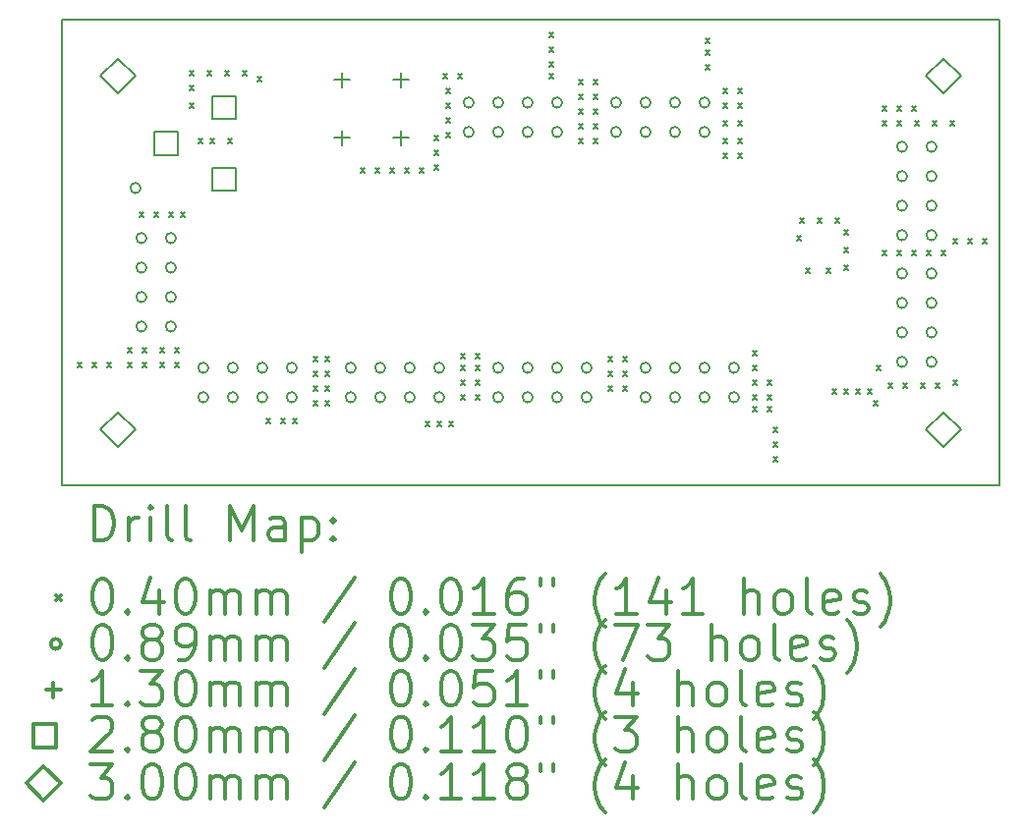
<source format=gbr>
%FSLAX45Y45*%
G04 Gerber Fmt 4.5, Leading zero omitted, Abs format (unit mm)*
G04 Created by KiCad (PCBNEW no-vcs-found-7571~57~ubuntu16.04.1) date Thu Feb  2 21:17:22 2017*
%MOMM*%
%LPD*%
G01*
G04 APERTURE LIST*
%ADD10C,0.127000*%
%ADD11C,0.150000*%
%ADD12C,0.200000*%
%ADD13C,0.300000*%
G04 APERTURE END LIST*
D10*
D11*
X8102600Y25400D02*
X8102600Y4038600D01*
X25400Y25400D02*
X25400Y4038600D01*
X25400Y4038600D02*
X8102600Y4038600D01*
X25400Y25400D02*
X8102600Y25400D01*
D12*
X157800Y1086800D02*
X197800Y1046800D01*
X197800Y1086800D02*
X157800Y1046800D01*
X284800Y1086800D02*
X324800Y1046800D01*
X324800Y1086800D02*
X284800Y1046800D01*
X411800Y1086800D02*
X451800Y1046800D01*
X451800Y1086800D02*
X411800Y1046800D01*
X589600Y1213800D02*
X629600Y1173800D01*
X629600Y1213800D02*
X589600Y1173800D01*
X589600Y1086800D02*
X629600Y1046800D01*
X629600Y1086800D02*
X589600Y1046800D01*
X691200Y2382200D02*
X731200Y2342200D01*
X731200Y2382200D02*
X691200Y2342200D01*
X716600Y1213800D02*
X756600Y1173800D01*
X756600Y1213800D02*
X716600Y1173800D01*
X716600Y1086800D02*
X756600Y1046800D01*
X756600Y1086800D02*
X716600Y1046800D01*
X818200Y2382200D02*
X858200Y2342200D01*
X858200Y2382200D02*
X818200Y2342200D01*
X869000Y1213800D02*
X909000Y1173800D01*
X909000Y1213800D02*
X869000Y1173800D01*
X869000Y1086800D02*
X909000Y1046800D01*
X909000Y1086800D02*
X869000Y1046800D01*
X945200Y2382200D02*
X985200Y2342200D01*
X985200Y2382200D02*
X945200Y2342200D01*
X996000Y1213800D02*
X1036000Y1173800D01*
X1036000Y1213800D02*
X996000Y1173800D01*
X996000Y1086800D02*
X1036000Y1046800D01*
X1036000Y1086800D02*
X996000Y1046800D01*
X1046800Y2382200D02*
X1086800Y2342200D01*
X1086800Y2382200D02*
X1046800Y2342200D01*
X1123000Y3601400D02*
X1163000Y3561400D01*
X1163000Y3601400D02*
X1123000Y3561400D01*
X1123000Y3474400D02*
X1163000Y3434400D01*
X1163000Y3474400D02*
X1123000Y3434400D01*
X1123000Y3322000D02*
X1163000Y3282000D01*
X1163000Y3322000D02*
X1123000Y3282000D01*
X1199200Y3017200D02*
X1239200Y2977200D01*
X1239200Y3017200D02*
X1199200Y2977200D01*
X1275400Y3601400D02*
X1315400Y3561400D01*
X1315400Y3601400D02*
X1275400Y3561400D01*
X1300800Y3017200D02*
X1340800Y2977200D01*
X1340800Y3017200D02*
X1300800Y2977200D01*
X1427800Y3601400D02*
X1467800Y3561400D01*
X1467800Y3601400D02*
X1427800Y3561400D01*
X1453200Y3017200D02*
X1493200Y2977200D01*
X1493200Y3017200D02*
X1453200Y2977200D01*
X1580200Y3601400D02*
X1620200Y3561400D01*
X1620200Y3601400D02*
X1580200Y3561400D01*
X1707200Y3550600D02*
X1747200Y3510600D01*
X1747200Y3550600D02*
X1707200Y3510600D01*
X1783400Y604200D02*
X1823400Y564200D01*
X1823400Y604200D02*
X1783400Y564200D01*
X1910400Y604200D02*
X1950400Y564200D01*
X1950400Y604200D02*
X1910400Y564200D01*
X2012000Y604200D02*
X2052000Y564200D01*
X2052000Y604200D02*
X2012000Y564200D01*
X2189800Y1137600D02*
X2229800Y1097600D01*
X2229800Y1137600D02*
X2189800Y1097600D01*
X2189800Y1010600D02*
X2229800Y970600D01*
X2229800Y1010600D02*
X2189800Y970600D01*
X2189800Y883600D02*
X2229800Y843600D01*
X2229800Y883600D02*
X2189800Y843600D01*
X2189800Y756600D02*
X2229800Y716600D01*
X2229800Y756600D02*
X2189800Y716600D01*
X2291400Y1137600D02*
X2331400Y1097600D01*
X2331400Y1137600D02*
X2291400Y1097600D01*
X2291400Y1010600D02*
X2331400Y970600D01*
X2331400Y1010600D02*
X2291400Y970600D01*
X2291400Y883600D02*
X2331400Y843600D01*
X2331400Y883600D02*
X2291400Y843600D01*
X2291400Y756600D02*
X2331400Y716600D01*
X2331400Y756600D02*
X2291400Y716600D01*
X2596200Y2763200D02*
X2636200Y2723200D01*
X2636200Y2763200D02*
X2596200Y2723200D01*
X2723200Y2763200D02*
X2763200Y2723200D01*
X2763200Y2763200D02*
X2723200Y2723200D01*
X2850200Y2763200D02*
X2890200Y2723200D01*
X2890200Y2763200D02*
X2850200Y2723200D01*
X2977200Y2763200D02*
X3017200Y2723200D01*
X3017200Y2763200D02*
X2977200Y2723200D01*
X3104200Y2763200D02*
X3144200Y2723200D01*
X3144200Y2763200D02*
X3104200Y2723200D01*
X3155000Y578800D02*
X3195000Y538800D01*
X3195000Y578800D02*
X3155000Y538800D01*
X3231200Y3042600D02*
X3271200Y3002600D01*
X3271200Y3042600D02*
X3231200Y3002600D01*
X3231200Y2915600D02*
X3271200Y2875600D01*
X3271200Y2915600D02*
X3231200Y2875600D01*
X3231200Y2788600D02*
X3271200Y2748600D01*
X3271200Y2788600D02*
X3231200Y2748600D01*
X3256600Y578800D02*
X3296600Y538800D01*
X3296600Y578800D02*
X3256600Y538800D01*
X3307400Y3576000D02*
X3347400Y3536000D01*
X3347400Y3576000D02*
X3307400Y3536000D01*
X3332800Y3449000D02*
X3372800Y3409000D01*
X3372800Y3449000D02*
X3332800Y3409000D01*
X3332800Y3322000D02*
X3372800Y3282000D01*
X3372800Y3322000D02*
X3332800Y3282000D01*
X3332800Y3195000D02*
X3372800Y3155000D01*
X3372800Y3195000D02*
X3332800Y3155000D01*
X3332800Y3068000D02*
X3372800Y3028000D01*
X3372800Y3068000D02*
X3332800Y3028000D01*
X3358200Y578800D02*
X3398200Y538800D01*
X3398200Y578800D02*
X3358200Y538800D01*
X3434400Y3576000D02*
X3474400Y3536000D01*
X3474400Y3576000D02*
X3434400Y3536000D01*
X3459800Y1163000D02*
X3499800Y1123000D01*
X3499800Y1163000D02*
X3459800Y1123000D01*
X3459800Y1061400D02*
X3499800Y1021400D01*
X3499800Y1061400D02*
X3459800Y1021400D01*
X3459800Y934400D02*
X3499800Y894400D01*
X3499800Y934400D02*
X3459800Y894400D01*
X3459800Y807400D02*
X3499800Y767400D01*
X3499800Y807400D02*
X3459800Y767400D01*
X3586800Y1163000D02*
X3626800Y1123000D01*
X3626800Y1163000D02*
X3586800Y1123000D01*
X3586800Y1061400D02*
X3626800Y1021400D01*
X3626800Y1061400D02*
X3586800Y1021400D01*
X3586800Y934400D02*
X3626800Y894400D01*
X3626800Y934400D02*
X3586800Y894400D01*
X3586800Y807400D02*
X3626800Y767400D01*
X3626800Y807400D02*
X3586800Y767400D01*
X4221800Y3931600D02*
X4261800Y3891600D01*
X4261800Y3931600D02*
X4221800Y3891600D01*
X4221800Y3804600D02*
X4261800Y3764600D01*
X4261800Y3804600D02*
X4221800Y3764600D01*
X4221800Y3677600D02*
X4261800Y3637600D01*
X4261800Y3677600D02*
X4221800Y3637600D01*
X4221800Y3576000D02*
X4261800Y3536000D01*
X4261800Y3576000D02*
X4221800Y3536000D01*
X4475800Y3525200D02*
X4515800Y3485200D01*
X4515800Y3525200D02*
X4475800Y3485200D01*
X4475800Y3398200D02*
X4515800Y3358200D01*
X4515800Y3398200D02*
X4475800Y3358200D01*
X4475800Y3271200D02*
X4515800Y3231200D01*
X4515800Y3271200D02*
X4475800Y3231200D01*
X4475800Y3144200D02*
X4515800Y3104200D01*
X4515800Y3144200D02*
X4475800Y3104200D01*
X4475800Y3017200D02*
X4515800Y2977200D01*
X4515800Y3017200D02*
X4475800Y2977200D01*
X4602800Y3525200D02*
X4642800Y3485200D01*
X4642800Y3525200D02*
X4602800Y3485200D01*
X4602800Y3398200D02*
X4642800Y3358200D01*
X4642800Y3398200D02*
X4602800Y3358200D01*
X4602800Y3271200D02*
X4642800Y3231200D01*
X4642800Y3271200D02*
X4602800Y3231200D01*
X4602800Y3144200D02*
X4642800Y3104200D01*
X4642800Y3144200D02*
X4602800Y3104200D01*
X4602800Y3017200D02*
X4642800Y2977200D01*
X4642800Y3017200D02*
X4602800Y2977200D01*
X4729800Y1137600D02*
X4769800Y1097600D01*
X4769800Y1137600D02*
X4729800Y1097600D01*
X4729800Y1010600D02*
X4769800Y970600D01*
X4769800Y1010600D02*
X4729800Y970600D01*
X4729800Y883600D02*
X4769800Y843600D01*
X4769800Y883600D02*
X4729800Y843600D01*
X4856800Y1137600D02*
X4896800Y1097600D01*
X4896800Y1137600D02*
X4856800Y1097600D01*
X4856800Y1010600D02*
X4896800Y970600D01*
X4896800Y1010600D02*
X4856800Y970600D01*
X4856800Y883600D02*
X4896800Y843600D01*
X4896800Y883600D02*
X4856800Y843600D01*
X5568000Y3880800D02*
X5608000Y3840800D01*
X5608000Y3880800D02*
X5568000Y3840800D01*
X5568000Y3779200D02*
X5608000Y3739200D01*
X5608000Y3779200D02*
X5568000Y3739200D01*
X5568000Y3652200D02*
X5608000Y3612200D01*
X5608000Y3652200D02*
X5568000Y3612200D01*
X5720400Y3449000D02*
X5760400Y3409000D01*
X5760400Y3449000D02*
X5720400Y3409000D01*
X5720400Y3322000D02*
X5760400Y3282000D01*
X5760400Y3322000D02*
X5720400Y3282000D01*
X5720400Y3169600D02*
X5760400Y3129600D01*
X5760400Y3169600D02*
X5720400Y3129600D01*
X5720400Y3017200D02*
X5760400Y2977200D01*
X5760400Y3017200D02*
X5720400Y2977200D01*
X5720400Y2890200D02*
X5760400Y2850200D01*
X5760400Y2890200D02*
X5720400Y2850200D01*
X5847400Y3449000D02*
X5887400Y3409000D01*
X5887400Y3449000D02*
X5847400Y3409000D01*
X5847400Y3322000D02*
X5887400Y3282000D01*
X5887400Y3322000D02*
X5847400Y3282000D01*
X5847400Y3169600D02*
X5887400Y3129600D01*
X5887400Y3169600D02*
X5847400Y3129600D01*
X5847400Y3017200D02*
X5887400Y2977200D01*
X5887400Y3017200D02*
X5847400Y2977200D01*
X5847400Y2890200D02*
X5887400Y2850200D01*
X5887400Y2890200D02*
X5847400Y2850200D01*
X5974400Y1188400D02*
X6014400Y1148400D01*
X6014400Y1188400D02*
X5974400Y1148400D01*
X5974400Y1061400D02*
X6014400Y1021400D01*
X6014400Y1061400D02*
X5974400Y1021400D01*
X5974400Y934400D02*
X6014400Y894400D01*
X6014400Y934400D02*
X5974400Y894400D01*
X5974400Y807400D02*
X6014400Y767400D01*
X6014400Y807400D02*
X5974400Y767400D01*
X5974400Y705800D02*
X6014400Y665800D01*
X6014400Y705800D02*
X5974400Y665800D01*
X6101400Y934400D02*
X6141400Y894400D01*
X6141400Y934400D02*
X6101400Y894400D01*
X6101400Y807400D02*
X6141400Y767400D01*
X6141400Y807400D02*
X6101400Y767400D01*
X6101400Y705800D02*
X6141400Y665800D01*
X6141400Y705800D02*
X6101400Y665800D01*
X6152200Y528000D02*
X6192200Y488000D01*
X6192200Y528000D02*
X6152200Y488000D01*
X6152200Y401000D02*
X6192200Y361000D01*
X6192200Y401000D02*
X6152200Y361000D01*
X6152200Y274000D02*
X6192200Y234000D01*
X6192200Y274000D02*
X6152200Y234000D01*
X6355400Y2179000D02*
X6395400Y2139000D01*
X6395400Y2179000D02*
X6355400Y2139000D01*
X6380800Y2331400D02*
X6420800Y2291400D01*
X6420800Y2331400D02*
X6380800Y2291400D01*
X6431600Y1899600D02*
X6471600Y1859600D01*
X6471600Y1899600D02*
X6431600Y1859600D01*
X6533200Y2331400D02*
X6573200Y2291400D01*
X6573200Y2331400D02*
X6533200Y2291400D01*
X6609400Y1899600D02*
X6649400Y1859600D01*
X6649400Y1899600D02*
X6609400Y1859600D01*
X6660200Y858200D02*
X6700200Y818200D01*
X6700200Y858200D02*
X6660200Y818200D01*
X6685600Y2331400D02*
X6725600Y2291400D01*
X6725600Y2331400D02*
X6685600Y2291400D01*
X6761800Y2229800D02*
X6801800Y2189800D01*
X6801800Y2229800D02*
X6761800Y2189800D01*
X6761800Y2077400D02*
X6801800Y2037400D01*
X6801800Y2077400D02*
X6761800Y2037400D01*
X6761800Y1925000D02*
X6801800Y1885000D01*
X6801800Y1925000D02*
X6761800Y1885000D01*
X6761800Y858200D02*
X6801800Y818200D01*
X6801800Y858200D02*
X6761800Y818200D01*
X6863400Y858200D02*
X6903400Y818200D01*
X6903400Y858200D02*
X6863400Y818200D01*
X6965000Y858200D02*
X7005000Y818200D01*
X7005000Y858200D02*
X6965000Y818200D01*
X7015800Y756600D02*
X7055800Y716600D01*
X7055800Y756600D02*
X7015800Y716600D01*
X7041200Y1061400D02*
X7081200Y1021400D01*
X7081200Y1061400D02*
X7041200Y1021400D01*
X7092000Y3296600D02*
X7132000Y3256600D01*
X7132000Y3296600D02*
X7092000Y3256600D01*
X7092000Y3169600D02*
X7132000Y3129600D01*
X7132000Y3169600D02*
X7092000Y3129600D01*
X7092000Y2052000D02*
X7132000Y2012000D01*
X7132000Y2052000D02*
X7092000Y2012000D01*
X7142800Y909000D02*
X7182800Y869000D01*
X7182800Y909000D02*
X7142800Y869000D01*
X7219000Y3296600D02*
X7259000Y3256600D01*
X7259000Y3296600D02*
X7219000Y3256600D01*
X7219000Y3169600D02*
X7259000Y3129600D01*
X7259000Y3169600D02*
X7219000Y3129600D01*
X7219000Y2052000D02*
X7259000Y2012000D01*
X7259000Y2052000D02*
X7219000Y2012000D01*
X7269800Y909000D02*
X7309800Y869000D01*
X7309800Y909000D02*
X7269800Y869000D01*
X7346000Y3296600D02*
X7386000Y3256600D01*
X7386000Y3296600D02*
X7346000Y3256600D01*
X7346000Y2052000D02*
X7386000Y2012000D01*
X7386000Y2052000D02*
X7346000Y2012000D01*
X7371400Y3169600D02*
X7411400Y3129600D01*
X7411400Y3169600D02*
X7371400Y3129600D01*
X7422200Y909000D02*
X7462200Y869000D01*
X7462200Y909000D02*
X7422200Y869000D01*
X7473000Y2052000D02*
X7513000Y2012000D01*
X7513000Y2052000D02*
X7473000Y2012000D01*
X7523800Y3169600D02*
X7563800Y3129600D01*
X7563800Y3169600D02*
X7523800Y3129600D01*
X7549200Y909000D02*
X7589200Y869000D01*
X7589200Y909000D02*
X7549200Y869000D01*
X7600000Y2052000D02*
X7640000Y2012000D01*
X7640000Y2052000D02*
X7600000Y2012000D01*
X7676200Y3169600D02*
X7716200Y3129600D01*
X7716200Y3169600D02*
X7676200Y3129600D01*
X7701600Y2153600D02*
X7741600Y2113600D01*
X7741600Y2153600D02*
X7701600Y2113600D01*
X7701600Y934400D02*
X7741600Y894400D01*
X7741600Y934400D02*
X7701600Y894400D01*
X7828600Y2153600D02*
X7868600Y2113600D01*
X7868600Y2153600D02*
X7828600Y2113600D01*
X7955600Y2153600D02*
X7995600Y2113600D01*
X7995600Y2153600D02*
X7955600Y2113600D01*
X704850Y2590800D02*
G75*
G03X704850Y2590800I-44450J0D01*
G01*
X755650Y2159000D02*
G75*
G03X755650Y2159000I-44450J0D01*
G01*
X755650Y1905000D02*
G75*
G03X755650Y1905000I-44450J0D01*
G01*
X755650Y1651000D02*
G75*
G03X755650Y1651000I-44450J0D01*
G01*
X755650Y1397000D02*
G75*
G03X755650Y1397000I-44450J0D01*
G01*
X1009650Y2159000D02*
G75*
G03X1009650Y2159000I-44450J0D01*
G01*
X1009650Y1905000D02*
G75*
G03X1009650Y1905000I-44450J0D01*
G01*
X1009650Y1651000D02*
G75*
G03X1009650Y1651000I-44450J0D01*
G01*
X1009650Y1397000D02*
G75*
G03X1009650Y1397000I-44450J0D01*
G01*
X1289050Y1041400D02*
G75*
G03X1289050Y1041400I-44450J0D01*
G01*
X1289050Y787400D02*
G75*
G03X1289050Y787400I-44450J0D01*
G01*
X1543050Y1041400D02*
G75*
G03X1543050Y1041400I-44450J0D01*
G01*
X1543050Y787400D02*
G75*
G03X1543050Y787400I-44450J0D01*
G01*
X1797050Y1041400D02*
G75*
G03X1797050Y1041400I-44450J0D01*
G01*
X1797050Y787400D02*
G75*
G03X1797050Y787400I-44450J0D01*
G01*
X2051050Y1041400D02*
G75*
G03X2051050Y1041400I-44450J0D01*
G01*
X2051050Y787400D02*
G75*
G03X2051050Y787400I-44450J0D01*
G01*
X2559050Y1041400D02*
G75*
G03X2559050Y1041400I-44450J0D01*
G01*
X2559050Y787400D02*
G75*
G03X2559050Y787400I-44450J0D01*
G01*
X2813050Y1041400D02*
G75*
G03X2813050Y1041400I-44450J0D01*
G01*
X2813050Y787400D02*
G75*
G03X2813050Y787400I-44450J0D01*
G01*
X3067050Y1041400D02*
G75*
G03X3067050Y1041400I-44450J0D01*
G01*
X3067050Y787400D02*
G75*
G03X3067050Y787400I-44450J0D01*
G01*
X3321050Y1041400D02*
G75*
G03X3321050Y1041400I-44450J0D01*
G01*
X3321050Y787400D02*
G75*
G03X3321050Y787400I-44450J0D01*
G01*
X3575050Y3327400D02*
G75*
G03X3575050Y3327400I-44450J0D01*
G01*
X3575050Y3073400D02*
G75*
G03X3575050Y3073400I-44450J0D01*
G01*
X3829050Y3327400D02*
G75*
G03X3829050Y3327400I-44450J0D01*
G01*
X3829050Y3073400D02*
G75*
G03X3829050Y3073400I-44450J0D01*
G01*
X3829050Y1041400D02*
G75*
G03X3829050Y1041400I-44450J0D01*
G01*
X3829050Y787400D02*
G75*
G03X3829050Y787400I-44450J0D01*
G01*
X4083050Y3327400D02*
G75*
G03X4083050Y3327400I-44450J0D01*
G01*
X4083050Y3073400D02*
G75*
G03X4083050Y3073400I-44450J0D01*
G01*
X4083050Y1041400D02*
G75*
G03X4083050Y1041400I-44450J0D01*
G01*
X4083050Y787400D02*
G75*
G03X4083050Y787400I-44450J0D01*
G01*
X4337050Y3327400D02*
G75*
G03X4337050Y3327400I-44450J0D01*
G01*
X4337050Y3073400D02*
G75*
G03X4337050Y3073400I-44450J0D01*
G01*
X4337050Y1041400D02*
G75*
G03X4337050Y1041400I-44450J0D01*
G01*
X4337050Y787400D02*
G75*
G03X4337050Y787400I-44450J0D01*
G01*
X4591050Y1041400D02*
G75*
G03X4591050Y1041400I-44450J0D01*
G01*
X4591050Y787400D02*
G75*
G03X4591050Y787400I-44450J0D01*
G01*
X4845050Y3327400D02*
G75*
G03X4845050Y3327400I-44450J0D01*
G01*
X4845050Y3073400D02*
G75*
G03X4845050Y3073400I-44450J0D01*
G01*
X5099050Y3327400D02*
G75*
G03X5099050Y3327400I-44450J0D01*
G01*
X5099050Y3073400D02*
G75*
G03X5099050Y3073400I-44450J0D01*
G01*
X5099050Y1041400D02*
G75*
G03X5099050Y1041400I-44450J0D01*
G01*
X5099050Y787400D02*
G75*
G03X5099050Y787400I-44450J0D01*
G01*
X5353050Y3327400D02*
G75*
G03X5353050Y3327400I-44450J0D01*
G01*
X5353050Y3073400D02*
G75*
G03X5353050Y3073400I-44450J0D01*
G01*
X5353050Y1041400D02*
G75*
G03X5353050Y1041400I-44450J0D01*
G01*
X5353050Y787400D02*
G75*
G03X5353050Y787400I-44450J0D01*
G01*
X5607050Y3327400D02*
G75*
G03X5607050Y3327400I-44450J0D01*
G01*
X5607050Y3073400D02*
G75*
G03X5607050Y3073400I-44450J0D01*
G01*
X5607050Y1041400D02*
G75*
G03X5607050Y1041400I-44450J0D01*
G01*
X5607050Y787400D02*
G75*
G03X5607050Y787400I-44450J0D01*
G01*
X5861050Y1041400D02*
G75*
G03X5861050Y1041400I-44450J0D01*
G01*
X5861050Y787400D02*
G75*
G03X5861050Y787400I-44450J0D01*
G01*
X7308850Y2946400D02*
G75*
G03X7308850Y2946400I-44450J0D01*
G01*
X7308850Y2692400D02*
G75*
G03X7308850Y2692400I-44450J0D01*
G01*
X7308850Y2438400D02*
G75*
G03X7308850Y2438400I-44450J0D01*
G01*
X7308850Y2184400D02*
G75*
G03X7308850Y2184400I-44450J0D01*
G01*
X7308850Y1854200D02*
G75*
G03X7308850Y1854200I-44450J0D01*
G01*
X7308850Y1600200D02*
G75*
G03X7308850Y1600200I-44450J0D01*
G01*
X7308850Y1346200D02*
G75*
G03X7308850Y1346200I-44450J0D01*
G01*
X7308850Y1092200D02*
G75*
G03X7308850Y1092200I-44450J0D01*
G01*
X7562850Y2946400D02*
G75*
G03X7562850Y2946400I-44450J0D01*
G01*
X7562850Y2692400D02*
G75*
G03X7562850Y2692400I-44450J0D01*
G01*
X7562850Y2438400D02*
G75*
G03X7562850Y2438400I-44450J0D01*
G01*
X7562850Y2184400D02*
G75*
G03X7562850Y2184400I-44450J0D01*
G01*
X7562850Y1854200D02*
G75*
G03X7562850Y1854200I-44450J0D01*
G01*
X7562850Y1600200D02*
G75*
G03X7562850Y1600200I-44450J0D01*
G01*
X7562850Y1346200D02*
G75*
G03X7562850Y1346200I-44450J0D01*
G01*
X7562850Y1092200D02*
G75*
G03X7562850Y1092200I-44450J0D01*
G01*
X2438400Y3587600D02*
X2438400Y3457600D01*
X2373400Y3522600D02*
X2503400Y3522600D01*
X2438400Y3087600D02*
X2438400Y2957600D01*
X2373400Y3022600D02*
X2503400Y3022600D01*
X2946400Y3587600D02*
X2946400Y3457600D01*
X2881400Y3522600D02*
X3011400Y3522600D01*
X2946400Y3087600D02*
X2946400Y2957600D01*
X2881400Y3022600D02*
X3011400Y3022600D01*
X1021396Y2878004D02*
X1021396Y3075996D01*
X823404Y3075996D01*
X823404Y2878004D01*
X1021396Y2878004D01*
X1521396Y3188004D02*
X1521396Y3385996D01*
X1323404Y3385996D01*
X1323404Y3188004D01*
X1521396Y3188004D01*
X1521396Y2568004D02*
X1521396Y2765996D01*
X1323404Y2765996D01*
X1323404Y2568004D01*
X1521396Y2568004D01*
X508000Y3406000D02*
X658000Y3556000D01*
X508000Y3706000D01*
X358000Y3556000D01*
X508000Y3406000D01*
X508000Y358000D02*
X658000Y508000D01*
X508000Y658000D01*
X358000Y508000D01*
X508000Y358000D01*
X7620000Y3406000D02*
X7770000Y3556000D01*
X7620000Y3706000D01*
X7470000Y3556000D01*
X7620000Y3406000D01*
X7620000Y358000D02*
X7770000Y508000D01*
X7620000Y658000D01*
X7470000Y508000D01*
X7620000Y358000D01*
D13*
X304328Y-447814D02*
X304328Y-147814D01*
X375757Y-147814D01*
X418614Y-162100D01*
X447186Y-190671D01*
X461471Y-219243D01*
X475757Y-276386D01*
X475757Y-319243D01*
X461471Y-376386D01*
X447186Y-404957D01*
X418614Y-433529D01*
X375757Y-447814D01*
X304328Y-447814D01*
X604328Y-447814D02*
X604328Y-247814D01*
X604328Y-304957D02*
X618614Y-276386D01*
X632900Y-262100D01*
X661471Y-247814D01*
X690043Y-247814D01*
X790043Y-447814D02*
X790043Y-247814D01*
X790043Y-147814D02*
X775757Y-162100D01*
X790043Y-176386D01*
X804328Y-162100D01*
X790043Y-147814D01*
X790043Y-176386D01*
X975757Y-447814D02*
X947186Y-433529D01*
X932900Y-404957D01*
X932900Y-147814D01*
X1132900Y-447814D02*
X1104328Y-433529D01*
X1090043Y-404957D01*
X1090043Y-147814D01*
X1475757Y-447814D02*
X1475757Y-147814D01*
X1575757Y-362100D01*
X1675757Y-147814D01*
X1675757Y-447814D01*
X1947186Y-447814D02*
X1947186Y-290672D01*
X1932900Y-262100D01*
X1904328Y-247814D01*
X1847186Y-247814D01*
X1818614Y-262100D01*
X1947186Y-433529D02*
X1918614Y-447814D01*
X1847186Y-447814D01*
X1818614Y-433529D01*
X1804328Y-404957D01*
X1804328Y-376386D01*
X1818614Y-347814D01*
X1847186Y-333529D01*
X1918614Y-333529D01*
X1947186Y-319243D01*
X2090043Y-247814D02*
X2090043Y-547814D01*
X2090043Y-262100D02*
X2118614Y-247814D01*
X2175757Y-247814D01*
X2204328Y-262100D01*
X2218614Y-276386D01*
X2232900Y-304957D01*
X2232900Y-390671D01*
X2218614Y-419243D01*
X2204328Y-433529D01*
X2175757Y-447814D01*
X2118614Y-447814D01*
X2090043Y-433529D01*
X2361471Y-419243D02*
X2375757Y-433529D01*
X2361471Y-447814D01*
X2347186Y-433529D01*
X2361471Y-419243D01*
X2361471Y-447814D01*
X2361471Y-262100D02*
X2375757Y-276386D01*
X2361471Y-290672D01*
X2347186Y-276386D01*
X2361471Y-262100D01*
X2361471Y-290672D01*
X-22100Y-922100D02*
X17900Y-962100D01*
X17900Y-922100D02*
X-22100Y-962100D01*
X361471Y-777814D02*
X390043Y-777814D01*
X418614Y-792100D01*
X432900Y-806386D01*
X447186Y-834957D01*
X461471Y-892100D01*
X461471Y-963529D01*
X447186Y-1020671D01*
X432900Y-1049243D01*
X418614Y-1063529D01*
X390043Y-1077814D01*
X361471Y-1077814D01*
X332900Y-1063529D01*
X318614Y-1049243D01*
X304328Y-1020671D01*
X290043Y-963529D01*
X290043Y-892100D01*
X304328Y-834957D01*
X318614Y-806386D01*
X332900Y-792100D01*
X361471Y-777814D01*
X590043Y-1049243D02*
X604328Y-1063529D01*
X590043Y-1077814D01*
X575757Y-1063529D01*
X590043Y-1049243D01*
X590043Y-1077814D01*
X861471Y-877814D02*
X861471Y-1077814D01*
X790043Y-763529D02*
X718614Y-977814D01*
X904328Y-977814D01*
X1075757Y-777814D02*
X1104328Y-777814D01*
X1132900Y-792100D01*
X1147186Y-806386D01*
X1161471Y-834957D01*
X1175757Y-892100D01*
X1175757Y-963529D01*
X1161471Y-1020671D01*
X1147186Y-1049243D01*
X1132900Y-1063529D01*
X1104328Y-1077814D01*
X1075757Y-1077814D01*
X1047186Y-1063529D01*
X1032900Y-1049243D01*
X1018614Y-1020671D01*
X1004328Y-963529D01*
X1004328Y-892100D01*
X1018614Y-834957D01*
X1032900Y-806386D01*
X1047186Y-792100D01*
X1075757Y-777814D01*
X1304328Y-1077814D02*
X1304328Y-877814D01*
X1304328Y-906386D02*
X1318614Y-892100D01*
X1347186Y-877814D01*
X1390043Y-877814D01*
X1418614Y-892100D01*
X1432900Y-920671D01*
X1432900Y-1077814D01*
X1432900Y-920671D02*
X1447186Y-892100D01*
X1475757Y-877814D01*
X1518614Y-877814D01*
X1547186Y-892100D01*
X1561471Y-920671D01*
X1561471Y-1077814D01*
X1704328Y-1077814D02*
X1704328Y-877814D01*
X1704328Y-906386D02*
X1718614Y-892100D01*
X1747186Y-877814D01*
X1790043Y-877814D01*
X1818614Y-892100D01*
X1832900Y-920671D01*
X1832900Y-1077814D01*
X1832900Y-920671D02*
X1847186Y-892100D01*
X1875757Y-877814D01*
X1918614Y-877814D01*
X1947186Y-892100D01*
X1961471Y-920671D01*
X1961471Y-1077814D01*
X2547186Y-763529D02*
X2290043Y-1149243D01*
X2932900Y-777814D02*
X2961471Y-777814D01*
X2990043Y-792100D01*
X3004328Y-806386D01*
X3018614Y-834957D01*
X3032900Y-892100D01*
X3032900Y-963529D01*
X3018614Y-1020671D01*
X3004328Y-1049243D01*
X2990043Y-1063529D01*
X2961471Y-1077814D01*
X2932900Y-1077814D01*
X2904328Y-1063529D01*
X2890043Y-1049243D01*
X2875757Y-1020671D01*
X2861471Y-963529D01*
X2861471Y-892100D01*
X2875757Y-834957D01*
X2890043Y-806386D01*
X2904328Y-792100D01*
X2932900Y-777814D01*
X3161471Y-1049243D02*
X3175757Y-1063529D01*
X3161471Y-1077814D01*
X3147186Y-1063529D01*
X3161471Y-1049243D01*
X3161471Y-1077814D01*
X3361471Y-777814D02*
X3390043Y-777814D01*
X3418614Y-792100D01*
X3432900Y-806386D01*
X3447186Y-834957D01*
X3461471Y-892100D01*
X3461471Y-963529D01*
X3447186Y-1020671D01*
X3432900Y-1049243D01*
X3418614Y-1063529D01*
X3390043Y-1077814D01*
X3361471Y-1077814D01*
X3332900Y-1063529D01*
X3318614Y-1049243D01*
X3304328Y-1020671D01*
X3290043Y-963529D01*
X3290043Y-892100D01*
X3304328Y-834957D01*
X3318614Y-806386D01*
X3332900Y-792100D01*
X3361471Y-777814D01*
X3747186Y-1077814D02*
X3575757Y-1077814D01*
X3661471Y-1077814D02*
X3661471Y-777814D01*
X3632900Y-820671D01*
X3604328Y-849243D01*
X3575757Y-863529D01*
X4004328Y-777814D02*
X3947186Y-777814D01*
X3918614Y-792100D01*
X3904328Y-806386D01*
X3875757Y-849243D01*
X3861471Y-906386D01*
X3861471Y-1020671D01*
X3875757Y-1049243D01*
X3890043Y-1063529D01*
X3918614Y-1077814D01*
X3975757Y-1077814D01*
X4004328Y-1063529D01*
X4018614Y-1049243D01*
X4032900Y-1020671D01*
X4032900Y-949243D01*
X4018614Y-920671D01*
X4004328Y-906386D01*
X3975757Y-892100D01*
X3918614Y-892100D01*
X3890043Y-906386D01*
X3875757Y-920671D01*
X3861471Y-949243D01*
X4147186Y-777814D02*
X4147186Y-834957D01*
X4261471Y-777814D02*
X4261471Y-834957D01*
X4704328Y-1192100D02*
X4690043Y-1177814D01*
X4661471Y-1134957D01*
X4647186Y-1106386D01*
X4632900Y-1063529D01*
X4618614Y-992100D01*
X4618614Y-934957D01*
X4632900Y-863529D01*
X4647186Y-820671D01*
X4661471Y-792100D01*
X4690043Y-749243D01*
X4704328Y-734957D01*
X4975757Y-1077814D02*
X4804328Y-1077814D01*
X4890043Y-1077814D02*
X4890043Y-777814D01*
X4861471Y-820671D01*
X4832900Y-849243D01*
X4804328Y-863529D01*
X5232900Y-877814D02*
X5232900Y-1077814D01*
X5161471Y-763529D02*
X5090043Y-977814D01*
X5275757Y-977814D01*
X5547186Y-1077814D02*
X5375757Y-1077814D01*
X5461471Y-1077814D02*
X5461471Y-777814D01*
X5432900Y-820671D01*
X5404328Y-849243D01*
X5375757Y-863529D01*
X5904328Y-1077814D02*
X5904328Y-777814D01*
X6032900Y-1077814D02*
X6032900Y-920671D01*
X6018614Y-892100D01*
X5990043Y-877814D01*
X5947186Y-877814D01*
X5918614Y-892100D01*
X5904328Y-906386D01*
X6218614Y-1077814D02*
X6190043Y-1063529D01*
X6175757Y-1049243D01*
X6161471Y-1020671D01*
X6161471Y-934957D01*
X6175757Y-906386D01*
X6190043Y-892100D01*
X6218614Y-877814D01*
X6261471Y-877814D01*
X6290043Y-892100D01*
X6304328Y-906386D01*
X6318614Y-934957D01*
X6318614Y-1020671D01*
X6304328Y-1049243D01*
X6290043Y-1063529D01*
X6261471Y-1077814D01*
X6218614Y-1077814D01*
X6490043Y-1077814D02*
X6461471Y-1063529D01*
X6447186Y-1034957D01*
X6447186Y-777814D01*
X6718614Y-1063529D02*
X6690043Y-1077814D01*
X6632900Y-1077814D01*
X6604328Y-1063529D01*
X6590043Y-1034957D01*
X6590043Y-920671D01*
X6604328Y-892100D01*
X6632900Y-877814D01*
X6690043Y-877814D01*
X6718614Y-892100D01*
X6732900Y-920671D01*
X6732900Y-949243D01*
X6590043Y-977814D01*
X6847186Y-1063529D02*
X6875757Y-1077814D01*
X6932900Y-1077814D01*
X6961471Y-1063529D01*
X6975757Y-1034957D01*
X6975757Y-1020671D01*
X6961471Y-992100D01*
X6932900Y-977814D01*
X6890043Y-977814D01*
X6861471Y-963529D01*
X6847186Y-934957D01*
X6847186Y-920671D01*
X6861471Y-892100D01*
X6890043Y-877814D01*
X6932900Y-877814D01*
X6961471Y-892100D01*
X7075757Y-1192100D02*
X7090043Y-1177814D01*
X7118614Y-1134957D01*
X7132900Y-1106386D01*
X7147186Y-1063529D01*
X7161471Y-992100D01*
X7161471Y-934957D01*
X7147186Y-863529D01*
X7132900Y-820671D01*
X7118614Y-792100D01*
X7090043Y-749243D01*
X7075757Y-734957D01*
X17900Y-1338100D02*
G75*
G03X17900Y-1338100I-44450J0D01*
G01*
X361471Y-1173814D02*
X390043Y-1173814D01*
X418614Y-1188100D01*
X432900Y-1202386D01*
X447186Y-1230957D01*
X461471Y-1288100D01*
X461471Y-1359529D01*
X447186Y-1416671D01*
X432900Y-1445243D01*
X418614Y-1459529D01*
X390043Y-1473814D01*
X361471Y-1473814D01*
X332900Y-1459529D01*
X318614Y-1445243D01*
X304328Y-1416671D01*
X290043Y-1359529D01*
X290043Y-1288100D01*
X304328Y-1230957D01*
X318614Y-1202386D01*
X332900Y-1188100D01*
X361471Y-1173814D01*
X590043Y-1445243D02*
X604328Y-1459529D01*
X590043Y-1473814D01*
X575757Y-1459529D01*
X590043Y-1445243D01*
X590043Y-1473814D01*
X775757Y-1302386D02*
X747186Y-1288100D01*
X732900Y-1273814D01*
X718614Y-1245243D01*
X718614Y-1230957D01*
X732900Y-1202386D01*
X747186Y-1188100D01*
X775757Y-1173814D01*
X832900Y-1173814D01*
X861471Y-1188100D01*
X875757Y-1202386D01*
X890043Y-1230957D01*
X890043Y-1245243D01*
X875757Y-1273814D01*
X861471Y-1288100D01*
X832900Y-1302386D01*
X775757Y-1302386D01*
X747186Y-1316672D01*
X732900Y-1330957D01*
X718614Y-1359529D01*
X718614Y-1416671D01*
X732900Y-1445243D01*
X747186Y-1459529D01*
X775757Y-1473814D01*
X832900Y-1473814D01*
X861471Y-1459529D01*
X875757Y-1445243D01*
X890043Y-1416671D01*
X890043Y-1359529D01*
X875757Y-1330957D01*
X861471Y-1316672D01*
X832900Y-1302386D01*
X1032900Y-1473814D02*
X1090043Y-1473814D01*
X1118614Y-1459529D01*
X1132900Y-1445243D01*
X1161471Y-1402386D01*
X1175757Y-1345243D01*
X1175757Y-1230957D01*
X1161471Y-1202386D01*
X1147186Y-1188100D01*
X1118614Y-1173814D01*
X1061471Y-1173814D01*
X1032900Y-1188100D01*
X1018614Y-1202386D01*
X1004328Y-1230957D01*
X1004328Y-1302386D01*
X1018614Y-1330957D01*
X1032900Y-1345243D01*
X1061471Y-1359529D01*
X1118614Y-1359529D01*
X1147186Y-1345243D01*
X1161471Y-1330957D01*
X1175757Y-1302386D01*
X1304328Y-1473814D02*
X1304328Y-1273814D01*
X1304328Y-1302386D02*
X1318614Y-1288100D01*
X1347186Y-1273814D01*
X1390043Y-1273814D01*
X1418614Y-1288100D01*
X1432900Y-1316672D01*
X1432900Y-1473814D01*
X1432900Y-1316672D02*
X1447186Y-1288100D01*
X1475757Y-1273814D01*
X1518614Y-1273814D01*
X1547186Y-1288100D01*
X1561471Y-1316672D01*
X1561471Y-1473814D01*
X1704328Y-1473814D02*
X1704328Y-1273814D01*
X1704328Y-1302386D02*
X1718614Y-1288100D01*
X1747186Y-1273814D01*
X1790043Y-1273814D01*
X1818614Y-1288100D01*
X1832900Y-1316672D01*
X1832900Y-1473814D01*
X1832900Y-1316672D02*
X1847186Y-1288100D01*
X1875757Y-1273814D01*
X1918614Y-1273814D01*
X1947186Y-1288100D01*
X1961471Y-1316672D01*
X1961471Y-1473814D01*
X2547186Y-1159529D02*
X2290043Y-1545243D01*
X2932900Y-1173814D02*
X2961471Y-1173814D01*
X2990043Y-1188100D01*
X3004328Y-1202386D01*
X3018614Y-1230957D01*
X3032900Y-1288100D01*
X3032900Y-1359529D01*
X3018614Y-1416671D01*
X3004328Y-1445243D01*
X2990043Y-1459529D01*
X2961471Y-1473814D01*
X2932900Y-1473814D01*
X2904328Y-1459529D01*
X2890043Y-1445243D01*
X2875757Y-1416671D01*
X2861471Y-1359529D01*
X2861471Y-1288100D01*
X2875757Y-1230957D01*
X2890043Y-1202386D01*
X2904328Y-1188100D01*
X2932900Y-1173814D01*
X3161471Y-1445243D02*
X3175757Y-1459529D01*
X3161471Y-1473814D01*
X3147186Y-1459529D01*
X3161471Y-1445243D01*
X3161471Y-1473814D01*
X3361471Y-1173814D02*
X3390043Y-1173814D01*
X3418614Y-1188100D01*
X3432900Y-1202386D01*
X3447186Y-1230957D01*
X3461471Y-1288100D01*
X3461471Y-1359529D01*
X3447186Y-1416671D01*
X3432900Y-1445243D01*
X3418614Y-1459529D01*
X3390043Y-1473814D01*
X3361471Y-1473814D01*
X3332900Y-1459529D01*
X3318614Y-1445243D01*
X3304328Y-1416671D01*
X3290043Y-1359529D01*
X3290043Y-1288100D01*
X3304328Y-1230957D01*
X3318614Y-1202386D01*
X3332900Y-1188100D01*
X3361471Y-1173814D01*
X3561471Y-1173814D02*
X3747186Y-1173814D01*
X3647186Y-1288100D01*
X3690043Y-1288100D01*
X3718614Y-1302386D01*
X3732900Y-1316672D01*
X3747186Y-1345243D01*
X3747186Y-1416671D01*
X3732900Y-1445243D01*
X3718614Y-1459529D01*
X3690043Y-1473814D01*
X3604328Y-1473814D01*
X3575757Y-1459529D01*
X3561471Y-1445243D01*
X4018614Y-1173814D02*
X3875757Y-1173814D01*
X3861471Y-1316672D01*
X3875757Y-1302386D01*
X3904328Y-1288100D01*
X3975757Y-1288100D01*
X4004328Y-1302386D01*
X4018614Y-1316672D01*
X4032900Y-1345243D01*
X4032900Y-1416671D01*
X4018614Y-1445243D01*
X4004328Y-1459529D01*
X3975757Y-1473814D01*
X3904328Y-1473814D01*
X3875757Y-1459529D01*
X3861471Y-1445243D01*
X4147186Y-1173814D02*
X4147186Y-1230957D01*
X4261471Y-1173814D02*
X4261471Y-1230957D01*
X4704328Y-1588100D02*
X4690043Y-1573814D01*
X4661471Y-1530957D01*
X4647186Y-1502386D01*
X4632900Y-1459529D01*
X4618614Y-1388100D01*
X4618614Y-1330957D01*
X4632900Y-1259529D01*
X4647186Y-1216672D01*
X4661471Y-1188100D01*
X4690043Y-1145243D01*
X4704328Y-1130957D01*
X4790043Y-1173814D02*
X4990043Y-1173814D01*
X4861471Y-1473814D01*
X5075757Y-1173814D02*
X5261471Y-1173814D01*
X5161471Y-1288100D01*
X5204328Y-1288100D01*
X5232900Y-1302386D01*
X5247186Y-1316672D01*
X5261471Y-1345243D01*
X5261471Y-1416671D01*
X5247186Y-1445243D01*
X5232900Y-1459529D01*
X5204328Y-1473814D01*
X5118614Y-1473814D01*
X5090043Y-1459529D01*
X5075757Y-1445243D01*
X5618614Y-1473814D02*
X5618614Y-1173814D01*
X5747186Y-1473814D02*
X5747186Y-1316672D01*
X5732900Y-1288100D01*
X5704328Y-1273814D01*
X5661471Y-1273814D01*
X5632900Y-1288100D01*
X5618614Y-1302386D01*
X5932900Y-1473814D02*
X5904328Y-1459529D01*
X5890043Y-1445243D01*
X5875757Y-1416671D01*
X5875757Y-1330957D01*
X5890043Y-1302386D01*
X5904328Y-1288100D01*
X5932900Y-1273814D01*
X5975757Y-1273814D01*
X6004328Y-1288100D01*
X6018614Y-1302386D01*
X6032900Y-1330957D01*
X6032900Y-1416671D01*
X6018614Y-1445243D01*
X6004328Y-1459529D01*
X5975757Y-1473814D01*
X5932900Y-1473814D01*
X6204328Y-1473814D02*
X6175757Y-1459529D01*
X6161471Y-1430957D01*
X6161471Y-1173814D01*
X6432900Y-1459529D02*
X6404328Y-1473814D01*
X6347186Y-1473814D01*
X6318614Y-1459529D01*
X6304328Y-1430957D01*
X6304328Y-1316672D01*
X6318614Y-1288100D01*
X6347186Y-1273814D01*
X6404328Y-1273814D01*
X6432900Y-1288100D01*
X6447186Y-1316672D01*
X6447186Y-1345243D01*
X6304328Y-1373814D01*
X6561471Y-1459529D02*
X6590043Y-1473814D01*
X6647186Y-1473814D01*
X6675757Y-1459529D01*
X6690043Y-1430957D01*
X6690043Y-1416671D01*
X6675757Y-1388100D01*
X6647186Y-1373814D01*
X6604328Y-1373814D01*
X6575757Y-1359529D01*
X6561471Y-1330957D01*
X6561471Y-1316672D01*
X6575757Y-1288100D01*
X6604328Y-1273814D01*
X6647186Y-1273814D01*
X6675757Y-1288100D01*
X6790043Y-1588100D02*
X6804328Y-1573814D01*
X6832900Y-1530957D01*
X6847186Y-1502386D01*
X6861471Y-1459529D01*
X6875757Y-1388100D01*
X6875757Y-1330957D01*
X6861471Y-1259529D01*
X6847186Y-1216672D01*
X6832900Y-1188100D01*
X6804328Y-1145243D01*
X6790043Y-1130957D01*
X-47100Y-1669100D02*
X-47100Y-1799100D01*
X-112100Y-1734100D02*
X17900Y-1734100D01*
X461471Y-1869814D02*
X290043Y-1869814D01*
X375757Y-1869814D02*
X375757Y-1569814D01*
X347186Y-1612671D01*
X318614Y-1641243D01*
X290043Y-1655529D01*
X590043Y-1841243D02*
X604328Y-1855529D01*
X590043Y-1869814D01*
X575757Y-1855529D01*
X590043Y-1841243D01*
X590043Y-1869814D01*
X704328Y-1569814D02*
X890043Y-1569814D01*
X790043Y-1684100D01*
X832900Y-1684100D01*
X861471Y-1698386D01*
X875757Y-1712671D01*
X890043Y-1741243D01*
X890043Y-1812671D01*
X875757Y-1841243D01*
X861471Y-1855529D01*
X832900Y-1869814D01*
X747186Y-1869814D01*
X718614Y-1855529D01*
X704328Y-1841243D01*
X1075757Y-1569814D02*
X1104328Y-1569814D01*
X1132900Y-1584100D01*
X1147186Y-1598386D01*
X1161471Y-1626957D01*
X1175757Y-1684100D01*
X1175757Y-1755529D01*
X1161471Y-1812671D01*
X1147186Y-1841243D01*
X1132900Y-1855529D01*
X1104328Y-1869814D01*
X1075757Y-1869814D01*
X1047186Y-1855529D01*
X1032900Y-1841243D01*
X1018614Y-1812671D01*
X1004328Y-1755529D01*
X1004328Y-1684100D01*
X1018614Y-1626957D01*
X1032900Y-1598386D01*
X1047186Y-1584100D01*
X1075757Y-1569814D01*
X1304328Y-1869814D02*
X1304328Y-1669814D01*
X1304328Y-1698386D02*
X1318614Y-1684100D01*
X1347186Y-1669814D01*
X1390043Y-1669814D01*
X1418614Y-1684100D01*
X1432900Y-1712671D01*
X1432900Y-1869814D01*
X1432900Y-1712671D02*
X1447186Y-1684100D01*
X1475757Y-1669814D01*
X1518614Y-1669814D01*
X1547186Y-1684100D01*
X1561471Y-1712671D01*
X1561471Y-1869814D01*
X1704328Y-1869814D02*
X1704328Y-1669814D01*
X1704328Y-1698386D02*
X1718614Y-1684100D01*
X1747186Y-1669814D01*
X1790043Y-1669814D01*
X1818614Y-1684100D01*
X1832900Y-1712671D01*
X1832900Y-1869814D01*
X1832900Y-1712671D02*
X1847186Y-1684100D01*
X1875757Y-1669814D01*
X1918614Y-1669814D01*
X1947186Y-1684100D01*
X1961471Y-1712671D01*
X1961471Y-1869814D01*
X2547186Y-1555529D02*
X2290043Y-1941243D01*
X2932900Y-1569814D02*
X2961471Y-1569814D01*
X2990043Y-1584100D01*
X3004328Y-1598386D01*
X3018614Y-1626957D01*
X3032900Y-1684100D01*
X3032900Y-1755529D01*
X3018614Y-1812671D01*
X3004328Y-1841243D01*
X2990043Y-1855529D01*
X2961471Y-1869814D01*
X2932900Y-1869814D01*
X2904328Y-1855529D01*
X2890043Y-1841243D01*
X2875757Y-1812671D01*
X2861471Y-1755529D01*
X2861471Y-1684100D01*
X2875757Y-1626957D01*
X2890043Y-1598386D01*
X2904328Y-1584100D01*
X2932900Y-1569814D01*
X3161471Y-1841243D02*
X3175757Y-1855529D01*
X3161471Y-1869814D01*
X3147186Y-1855529D01*
X3161471Y-1841243D01*
X3161471Y-1869814D01*
X3361471Y-1569814D02*
X3390043Y-1569814D01*
X3418614Y-1584100D01*
X3432900Y-1598386D01*
X3447186Y-1626957D01*
X3461471Y-1684100D01*
X3461471Y-1755529D01*
X3447186Y-1812671D01*
X3432900Y-1841243D01*
X3418614Y-1855529D01*
X3390043Y-1869814D01*
X3361471Y-1869814D01*
X3332900Y-1855529D01*
X3318614Y-1841243D01*
X3304328Y-1812671D01*
X3290043Y-1755529D01*
X3290043Y-1684100D01*
X3304328Y-1626957D01*
X3318614Y-1598386D01*
X3332900Y-1584100D01*
X3361471Y-1569814D01*
X3732900Y-1569814D02*
X3590043Y-1569814D01*
X3575757Y-1712671D01*
X3590043Y-1698386D01*
X3618614Y-1684100D01*
X3690043Y-1684100D01*
X3718614Y-1698386D01*
X3732900Y-1712671D01*
X3747186Y-1741243D01*
X3747186Y-1812671D01*
X3732900Y-1841243D01*
X3718614Y-1855529D01*
X3690043Y-1869814D01*
X3618614Y-1869814D01*
X3590043Y-1855529D01*
X3575757Y-1841243D01*
X4032900Y-1869814D02*
X3861471Y-1869814D01*
X3947186Y-1869814D02*
X3947186Y-1569814D01*
X3918614Y-1612671D01*
X3890043Y-1641243D01*
X3861471Y-1655529D01*
X4147186Y-1569814D02*
X4147186Y-1626957D01*
X4261471Y-1569814D02*
X4261471Y-1626957D01*
X4704328Y-1984100D02*
X4690043Y-1969814D01*
X4661471Y-1926957D01*
X4647186Y-1898386D01*
X4632900Y-1855529D01*
X4618614Y-1784100D01*
X4618614Y-1726957D01*
X4632900Y-1655529D01*
X4647186Y-1612671D01*
X4661471Y-1584100D01*
X4690043Y-1541243D01*
X4704328Y-1526957D01*
X4947186Y-1669814D02*
X4947186Y-1869814D01*
X4875757Y-1555529D02*
X4804328Y-1769814D01*
X4990043Y-1769814D01*
X5332900Y-1869814D02*
X5332900Y-1569814D01*
X5461471Y-1869814D02*
X5461471Y-1712671D01*
X5447186Y-1684100D01*
X5418614Y-1669814D01*
X5375757Y-1669814D01*
X5347186Y-1684100D01*
X5332900Y-1698386D01*
X5647186Y-1869814D02*
X5618614Y-1855529D01*
X5604328Y-1841243D01*
X5590043Y-1812671D01*
X5590043Y-1726957D01*
X5604328Y-1698386D01*
X5618614Y-1684100D01*
X5647186Y-1669814D01*
X5690043Y-1669814D01*
X5718614Y-1684100D01*
X5732900Y-1698386D01*
X5747186Y-1726957D01*
X5747186Y-1812671D01*
X5732900Y-1841243D01*
X5718614Y-1855529D01*
X5690043Y-1869814D01*
X5647186Y-1869814D01*
X5918614Y-1869814D02*
X5890043Y-1855529D01*
X5875757Y-1826957D01*
X5875757Y-1569814D01*
X6147186Y-1855529D02*
X6118614Y-1869814D01*
X6061471Y-1869814D01*
X6032900Y-1855529D01*
X6018614Y-1826957D01*
X6018614Y-1712671D01*
X6032900Y-1684100D01*
X6061471Y-1669814D01*
X6118614Y-1669814D01*
X6147186Y-1684100D01*
X6161471Y-1712671D01*
X6161471Y-1741243D01*
X6018614Y-1769814D01*
X6275757Y-1855529D02*
X6304328Y-1869814D01*
X6361471Y-1869814D01*
X6390043Y-1855529D01*
X6404328Y-1826957D01*
X6404328Y-1812671D01*
X6390043Y-1784100D01*
X6361471Y-1769814D01*
X6318614Y-1769814D01*
X6290043Y-1755529D01*
X6275757Y-1726957D01*
X6275757Y-1712671D01*
X6290043Y-1684100D01*
X6318614Y-1669814D01*
X6361471Y-1669814D01*
X6390043Y-1684100D01*
X6504328Y-1984100D02*
X6518614Y-1969814D01*
X6547186Y-1926957D01*
X6561471Y-1898386D01*
X6575757Y-1855529D01*
X6590043Y-1784100D01*
X6590043Y-1726957D01*
X6575757Y-1655529D01*
X6561471Y-1612671D01*
X6547186Y-1584100D01*
X6518614Y-1541243D01*
X6504328Y-1526957D01*
X-23104Y-2229096D02*
X-23104Y-2031104D01*
X-221096Y-2031104D01*
X-221096Y-2229096D01*
X-23104Y-2229096D01*
X290043Y-1994386D02*
X304328Y-1980100D01*
X332900Y-1965814D01*
X404328Y-1965814D01*
X432900Y-1980100D01*
X447186Y-1994386D01*
X461471Y-2022957D01*
X461471Y-2051529D01*
X447186Y-2094386D01*
X275757Y-2265814D01*
X461471Y-2265814D01*
X590043Y-2237243D02*
X604328Y-2251529D01*
X590043Y-2265814D01*
X575757Y-2251529D01*
X590043Y-2237243D01*
X590043Y-2265814D01*
X775757Y-2094386D02*
X747186Y-2080100D01*
X732900Y-2065814D01*
X718614Y-2037243D01*
X718614Y-2022957D01*
X732900Y-1994386D01*
X747186Y-1980100D01*
X775757Y-1965814D01*
X832900Y-1965814D01*
X861471Y-1980100D01*
X875757Y-1994386D01*
X890043Y-2022957D01*
X890043Y-2037243D01*
X875757Y-2065814D01*
X861471Y-2080100D01*
X832900Y-2094386D01*
X775757Y-2094386D01*
X747186Y-2108672D01*
X732900Y-2122957D01*
X718614Y-2151529D01*
X718614Y-2208672D01*
X732900Y-2237243D01*
X747186Y-2251529D01*
X775757Y-2265814D01*
X832900Y-2265814D01*
X861471Y-2251529D01*
X875757Y-2237243D01*
X890043Y-2208672D01*
X890043Y-2151529D01*
X875757Y-2122957D01*
X861471Y-2108672D01*
X832900Y-2094386D01*
X1075757Y-1965814D02*
X1104328Y-1965814D01*
X1132900Y-1980100D01*
X1147186Y-1994386D01*
X1161471Y-2022957D01*
X1175757Y-2080100D01*
X1175757Y-2151529D01*
X1161471Y-2208672D01*
X1147186Y-2237243D01*
X1132900Y-2251529D01*
X1104328Y-2265814D01*
X1075757Y-2265814D01*
X1047186Y-2251529D01*
X1032900Y-2237243D01*
X1018614Y-2208672D01*
X1004328Y-2151529D01*
X1004328Y-2080100D01*
X1018614Y-2022957D01*
X1032900Y-1994386D01*
X1047186Y-1980100D01*
X1075757Y-1965814D01*
X1304328Y-2265814D02*
X1304328Y-2065814D01*
X1304328Y-2094386D02*
X1318614Y-2080100D01*
X1347186Y-2065814D01*
X1390043Y-2065814D01*
X1418614Y-2080100D01*
X1432900Y-2108672D01*
X1432900Y-2265814D01*
X1432900Y-2108672D02*
X1447186Y-2080100D01*
X1475757Y-2065814D01*
X1518614Y-2065814D01*
X1547186Y-2080100D01*
X1561471Y-2108672D01*
X1561471Y-2265814D01*
X1704328Y-2265814D02*
X1704328Y-2065814D01*
X1704328Y-2094386D02*
X1718614Y-2080100D01*
X1747186Y-2065814D01*
X1790043Y-2065814D01*
X1818614Y-2080100D01*
X1832900Y-2108672D01*
X1832900Y-2265814D01*
X1832900Y-2108672D02*
X1847186Y-2080100D01*
X1875757Y-2065814D01*
X1918614Y-2065814D01*
X1947186Y-2080100D01*
X1961471Y-2108672D01*
X1961471Y-2265814D01*
X2547186Y-1951529D02*
X2290043Y-2337243D01*
X2932900Y-1965814D02*
X2961471Y-1965814D01*
X2990043Y-1980100D01*
X3004328Y-1994386D01*
X3018614Y-2022957D01*
X3032900Y-2080100D01*
X3032900Y-2151529D01*
X3018614Y-2208672D01*
X3004328Y-2237243D01*
X2990043Y-2251529D01*
X2961471Y-2265814D01*
X2932900Y-2265814D01*
X2904328Y-2251529D01*
X2890043Y-2237243D01*
X2875757Y-2208672D01*
X2861471Y-2151529D01*
X2861471Y-2080100D01*
X2875757Y-2022957D01*
X2890043Y-1994386D01*
X2904328Y-1980100D01*
X2932900Y-1965814D01*
X3161471Y-2237243D02*
X3175757Y-2251529D01*
X3161471Y-2265814D01*
X3147186Y-2251529D01*
X3161471Y-2237243D01*
X3161471Y-2265814D01*
X3461471Y-2265814D02*
X3290043Y-2265814D01*
X3375757Y-2265814D02*
X3375757Y-1965814D01*
X3347186Y-2008671D01*
X3318614Y-2037243D01*
X3290043Y-2051529D01*
X3747186Y-2265814D02*
X3575757Y-2265814D01*
X3661471Y-2265814D02*
X3661471Y-1965814D01*
X3632900Y-2008671D01*
X3604328Y-2037243D01*
X3575757Y-2051529D01*
X3932900Y-1965814D02*
X3961471Y-1965814D01*
X3990043Y-1980100D01*
X4004328Y-1994386D01*
X4018614Y-2022957D01*
X4032900Y-2080100D01*
X4032900Y-2151529D01*
X4018614Y-2208672D01*
X4004328Y-2237243D01*
X3990043Y-2251529D01*
X3961471Y-2265814D01*
X3932900Y-2265814D01*
X3904328Y-2251529D01*
X3890043Y-2237243D01*
X3875757Y-2208672D01*
X3861471Y-2151529D01*
X3861471Y-2080100D01*
X3875757Y-2022957D01*
X3890043Y-1994386D01*
X3904328Y-1980100D01*
X3932900Y-1965814D01*
X4147186Y-1965814D02*
X4147186Y-2022957D01*
X4261471Y-1965814D02*
X4261471Y-2022957D01*
X4704328Y-2380100D02*
X4690043Y-2365814D01*
X4661471Y-2322957D01*
X4647186Y-2294386D01*
X4632900Y-2251529D01*
X4618614Y-2180100D01*
X4618614Y-2122957D01*
X4632900Y-2051529D01*
X4647186Y-2008671D01*
X4661471Y-1980100D01*
X4690043Y-1937243D01*
X4704328Y-1922957D01*
X4790043Y-1965814D02*
X4975757Y-1965814D01*
X4875757Y-2080100D01*
X4918614Y-2080100D01*
X4947186Y-2094386D01*
X4961471Y-2108672D01*
X4975757Y-2137243D01*
X4975757Y-2208672D01*
X4961471Y-2237243D01*
X4947186Y-2251529D01*
X4918614Y-2265814D01*
X4832900Y-2265814D01*
X4804328Y-2251529D01*
X4790043Y-2237243D01*
X5332900Y-2265814D02*
X5332900Y-1965814D01*
X5461471Y-2265814D02*
X5461471Y-2108672D01*
X5447186Y-2080100D01*
X5418614Y-2065814D01*
X5375757Y-2065814D01*
X5347186Y-2080100D01*
X5332900Y-2094386D01*
X5647186Y-2265814D02*
X5618614Y-2251529D01*
X5604328Y-2237243D01*
X5590043Y-2208672D01*
X5590043Y-2122957D01*
X5604328Y-2094386D01*
X5618614Y-2080100D01*
X5647186Y-2065814D01*
X5690043Y-2065814D01*
X5718614Y-2080100D01*
X5732900Y-2094386D01*
X5747186Y-2122957D01*
X5747186Y-2208672D01*
X5732900Y-2237243D01*
X5718614Y-2251529D01*
X5690043Y-2265814D01*
X5647186Y-2265814D01*
X5918614Y-2265814D02*
X5890043Y-2251529D01*
X5875757Y-2222957D01*
X5875757Y-1965814D01*
X6147186Y-2251529D02*
X6118614Y-2265814D01*
X6061471Y-2265814D01*
X6032900Y-2251529D01*
X6018614Y-2222957D01*
X6018614Y-2108672D01*
X6032900Y-2080100D01*
X6061471Y-2065814D01*
X6118614Y-2065814D01*
X6147186Y-2080100D01*
X6161471Y-2108672D01*
X6161471Y-2137243D01*
X6018614Y-2165814D01*
X6275757Y-2251529D02*
X6304328Y-2265814D01*
X6361471Y-2265814D01*
X6390043Y-2251529D01*
X6404328Y-2222957D01*
X6404328Y-2208672D01*
X6390043Y-2180100D01*
X6361471Y-2165814D01*
X6318614Y-2165814D01*
X6290043Y-2151529D01*
X6275757Y-2122957D01*
X6275757Y-2108672D01*
X6290043Y-2080100D01*
X6318614Y-2065814D01*
X6361471Y-2065814D01*
X6390043Y-2080100D01*
X6504328Y-2380100D02*
X6518614Y-2365814D01*
X6547186Y-2322957D01*
X6561471Y-2294386D01*
X6575757Y-2251529D01*
X6590043Y-2180100D01*
X6590043Y-2122957D01*
X6575757Y-2051529D01*
X6561471Y-2008671D01*
X6547186Y-1980100D01*
X6518614Y-1937243D01*
X6504328Y-1922957D01*
X-132100Y-2690100D02*
X17900Y-2540100D01*
X-132100Y-2390100D01*
X-282100Y-2540100D01*
X-132100Y-2690100D01*
X275757Y-2375814D02*
X461471Y-2375814D01*
X361471Y-2490100D01*
X404328Y-2490100D01*
X432900Y-2504386D01*
X447186Y-2518672D01*
X461471Y-2547243D01*
X461471Y-2618672D01*
X447186Y-2647243D01*
X432900Y-2661529D01*
X404328Y-2675814D01*
X318614Y-2675814D01*
X290043Y-2661529D01*
X275757Y-2647243D01*
X590043Y-2647243D02*
X604328Y-2661529D01*
X590043Y-2675814D01*
X575757Y-2661529D01*
X590043Y-2647243D01*
X590043Y-2675814D01*
X790043Y-2375814D02*
X818614Y-2375814D01*
X847186Y-2390100D01*
X861471Y-2404386D01*
X875757Y-2432957D01*
X890043Y-2490100D01*
X890043Y-2561529D01*
X875757Y-2618672D01*
X861471Y-2647243D01*
X847186Y-2661529D01*
X818614Y-2675814D01*
X790043Y-2675814D01*
X761471Y-2661529D01*
X747186Y-2647243D01*
X732900Y-2618672D01*
X718614Y-2561529D01*
X718614Y-2490100D01*
X732900Y-2432957D01*
X747186Y-2404386D01*
X761471Y-2390100D01*
X790043Y-2375814D01*
X1075757Y-2375814D02*
X1104328Y-2375814D01*
X1132900Y-2390100D01*
X1147186Y-2404386D01*
X1161471Y-2432957D01*
X1175757Y-2490100D01*
X1175757Y-2561529D01*
X1161471Y-2618672D01*
X1147186Y-2647243D01*
X1132900Y-2661529D01*
X1104328Y-2675814D01*
X1075757Y-2675814D01*
X1047186Y-2661529D01*
X1032900Y-2647243D01*
X1018614Y-2618672D01*
X1004328Y-2561529D01*
X1004328Y-2490100D01*
X1018614Y-2432957D01*
X1032900Y-2404386D01*
X1047186Y-2390100D01*
X1075757Y-2375814D01*
X1304328Y-2675814D02*
X1304328Y-2475814D01*
X1304328Y-2504386D02*
X1318614Y-2490100D01*
X1347186Y-2475814D01*
X1390043Y-2475814D01*
X1418614Y-2490100D01*
X1432900Y-2518672D01*
X1432900Y-2675814D01*
X1432900Y-2518672D02*
X1447186Y-2490100D01*
X1475757Y-2475814D01*
X1518614Y-2475814D01*
X1547186Y-2490100D01*
X1561471Y-2518672D01*
X1561471Y-2675814D01*
X1704328Y-2675814D02*
X1704328Y-2475814D01*
X1704328Y-2504386D02*
X1718614Y-2490100D01*
X1747186Y-2475814D01*
X1790043Y-2475814D01*
X1818614Y-2490100D01*
X1832900Y-2518672D01*
X1832900Y-2675814D01*
X1832900Y-2518672D02*
X1847186Y-2490100D01*
X1875757Y-2475814D01*
X1918614Y-2475814D01*
X1947186Y-2490100D01*
X1961471Y-2518672D01*
X1961471Y-2675814D01*
X2547186Y-2361529D02*
X2290043Y-2747243D01*
X2932900Y-2375814D02*
X2961471Y-2375814D01*
X2990043Y-2390100D01*
X3004328Y-2404386D01*
X3018614Y-2432957D01*
X3032900Y-2490100D01*
X3032900Y-2561529D01*
X3018614Y-2618672D01*
X3004328Y-2647243D01*
X2990043Y-2661529D01*
X2961471Y-2675814D01*
X2932900Y-2675814D01*
X2904328Y-2661529D01*
X2890043Y-2647243D01*
X2875757Y-2618672D01*
X2861471Y-2561529D01*
X2861471Y-2490100D01*
X2875757Y-2432957D01*
X2890043Y-2404386D01*
X2904328Y-2390100D01*
X2932900Y-2375814D01*
X3161471Y-2647243D02*
X3175757Y-2661529D01*
X3161471Y-2675814D01*
X3147186Y-2661529D01*
X3161471Y-2647243D01*
X3161471Y-2675814D01*
X3461471Y-2675814D02*
X3290043Y-2675814D01*
X3375757Y-2675814D02*
X3375757Y-2375814D01*
X3347186Y-2418672D01*
X3318614Y-2447243D01*
X3290043Y-2461529D01*
X3747186Y-2675814D02*
X3575757Y-2675814D01*
X3661471Y-2675814D02*
X3661471Y-2375814D01*
X3632900Y-2418672D01*
X3604328Y-2447243D01*
X3575757Y-2461529D01*
X3918614Y-2504386D02*
X3890043Y-2490100D01*
X3875757Y-2475814D01*
X3861471Y-2447243D01*
X3861471Y-2432957D01*
X3875757Y-2404386D01*
X3890043Y-2390100D01*
X3918614Y-2375814D01*
X3975757Y-2375814D01*
X4004328Y-2390100D01*
X4018614Y-2404386D01*
X4032900Y-2432957D01*
X4032900Y-2447243D01*
X4018614Y-2475814D01*
X4004328Y-2490100D01*
X3975757Y-2504386D01*
X3918614Y-2504386D01*
X3890043Y-2518672D01*
X3875757Y-2532957D01*
X3861471Y-2561529D01*
X3861471Y-2618672D01*
X3875757Y-2647243D01*
X3890043Y-2661529D01*
X3918614Y-2675814D01*
X3975757Y-2675814D01*
X4004328Y-2661529D01*
X4018614Y-2647243D01*
X4032900Y-2618672D01*
X4032900Y-2561529D01*
X4018614Y-2532957D01*
X4004328Y-2518672D01*
X3975757Y-2504386D01*
X4147186Y-2375814D02*
X4147186Y-2432957D01*
X4261471Y-2375814D02*
X4261471Y-2432957D01*
X4704328Y-2790100D02*
X4690043Y-2775814D01*
X4661471Y-2732957D01*
X4647186Y-2704386D01*
X4632900Y-2661529D01*
X4618614Y-2590100D01*
X4618614Y-2532957D01*
X4632900Y-2461529D01*
X4647186Y-2418672D01*
X4661471Y-2390100D01*
X4690043Y-2347243D01*
X4704328Y-2332957D01*
X4947186Y-2475814D02*
X4947186Y-2675814D01*
X4875757Y-2361529D02*
X4804328Y-2575814D01*
X4990043Y-2575814D01*
X5332900Y-2675814D02*
X5332900Y-2375814D01*
X5461471Y-2675814D02*
X5461471Y-2518672D01*
X5447186Y-2490100D01*
X5418614Y-2475814D01*
X5375757Y-2475814D01*
X5347186Y-2490100D01*
X5332900Y-2504386D01*
X5647186Y-2675814D02*
X5618614Y-2661529D01*
X5604328Y-2647243D01*
X5590043Y-2618672D01*
X5590043Y-2532957D01*
X5604328Y-2504386D01*
X5618614Y-2490100D01*
X5647186Y-2475814D01*
X5690043Y-2475814D01*
X5718614Y-2490100D01*
X5732900Y-2504386D01*
X5747186Y-2532957D01*
X5747186Y-2618672D01*
X5732900Y-2647243D01*
X5718614Y-2661529D01*
X5690043Y-2675814D01*
X5647186Y-2675814D01*
X5918614Y-2675814D02*
X5890043Y-2661529D01*
X5875757Y-2632957D01*
X5875757Y-2375814D01*
X6147186Y-2661529D02*
X6118614Y-2675814D01*
X6061471Y-2675814D01*
X6032900Y-2661529D01*
X6018614Y-2632957D01*
X6018614Y-2518672D01*
X6032900Y-2490100D01*
X6061471Y-2475814D01*
X6118614Y-2475814D01*
X6147186Y-2490100D01*
X6161471Y-2518672D01*
X6161471Y-2547243D01*
X6018614Y-2575814D01*
X6275757Y-2661529D02*
X6304328Y-2675814D01*
X6361471Y-2675814D01*
X6390043Y-2661529D01*
X6404328Y-2632957D01*
X6404328Y-2618672D01*
X6390043Y-2590100D01*
X6361471Y-2575814D01*
X6318614Y-2575814D01*
X6290043Y-2561529D01*
X6275757Y-2532957D01*
X6275757Y-2518672D01*
X6290043Y-2490100D01*
X6318614Y-2475814D01*
X6361471Y-2475814D01*
X6390043Y-2490100D01*
X6504328Y-2790100D02*
X6518614Y-2775814D01*
X6547186Y-2732957D01*
X6561471Y-2704386D01*
X6575757Y-2661529D01*
X6590043Y-2590100D01*
X6590043Y-2532957D01*
X6575757Y-2461529D01*
X6561471Y-2418672D01*
X6547186Y-2390100D01*
X6518614Y-2347243D01*
X6504328Y-2332957D01*
M02*

</source>
